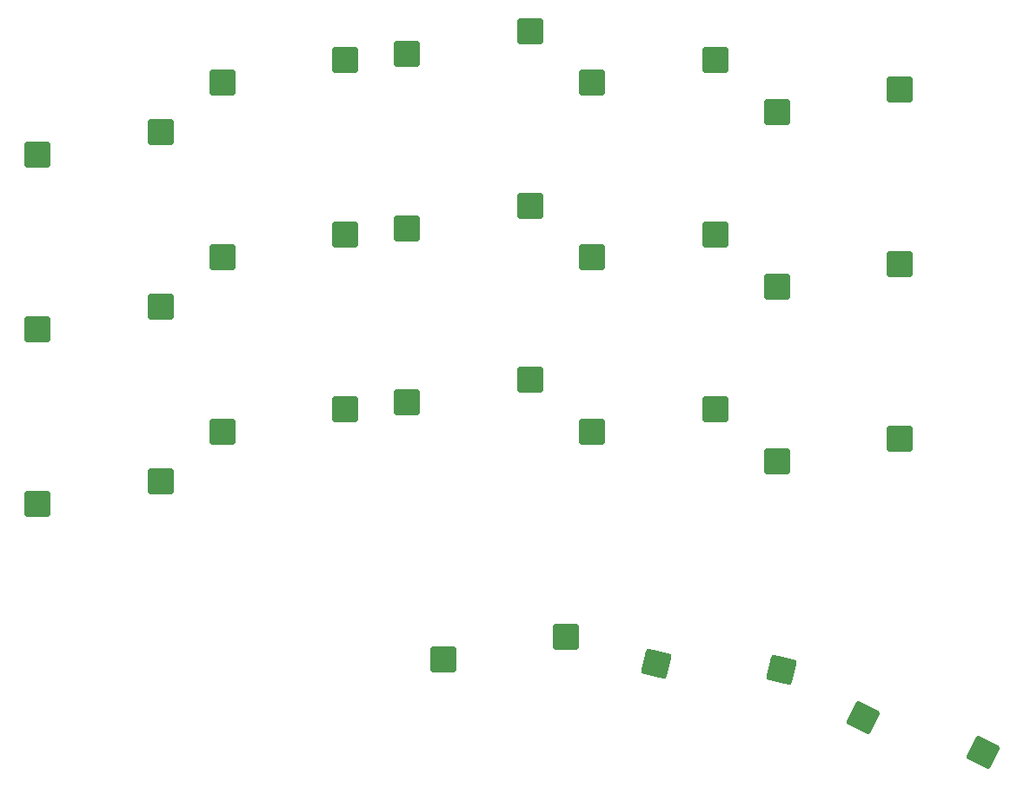
<source format=gbr>
%TF.GenerationSoftware,KiCad,Pcbnew,(6.0.6)*%
%TF.CreationDate,2022-09-25T18:06:26-06:00*%
%TF.ProjectId,miniErgo,6d696e69-4572-4676-9f2e-6b696361645f,rev?*%
%TF.SameCoordinates,Original*%
%TF.FileFunction,Paste,Top*%
%TF.FilePolarity,Positive*%
%FSLAX46Y46*%
G04 Gerber Fmt 4.6, Leading zero omitted, Abs format (unit mm)*
G04 Created by KiCad (PCBNEW (6.0.6)) date 2022-09-25 18:06:26*
%MOMM*%
%LPD*%
G01*
G04 APERTURE LIST*
G04 Aperture macros list*
%AMRoundRect*
0 Rectangle with rounded corners*
0 $1 Rounding radius*
0 $2 $3 $4 $5 $6 $7 $8 $9 X,Y pos of 4 corners*
0 Add a 4 corners polygon primitive as box body*
4,1,4,$2,$3,$4,$5,$6,$7,$8,$9,$2,$3,0*
0 Add four circle primitives for the rounded corners*
1,1,$1+$1,$2,$3*
1,1,$1+$1,$4,$5*
1,1,$1+$1,$6,$7*
1,1,$1+$1,$8,$9*
0 Add four rect primitives between the rounded corners*
20,1,$1+$1,$2,$3,$4,$5,0*
20,1,$1+$1,$4,$5,$6,$7,0*
20,1,$1+$1,$6,$7,$8,$9,0*
20,1,$1+$1,$8,$9,$2,$3,0*%
G04 Aperture macros list end*
%ADD10RoundRect,0.250000X-1.025000X-1.000000X1.025000X-1.000000X1.025000X1.000000X-1.025000X1.000000X0*%
%ADD11RoundRect,0.250000X-1.228843X-0.735234X0.765347X-1.210317X1.228843X0.735234X-0.765347X1.210317X0*%
%ADD12RoundRect,0.250000X-1.365778X-0.430436X0.464023X-1.354735X1.365778X0.430436X-0.464023X1.354735X0*%
G04 APERTURE END LIST*
D10*
%TO.C,SW8*%
X148183736Y-70236200D03*
X136183736Y-72436200D03*
%TD*%
D11*
%TO.C,SW17*%
X172653540Y-115518964D03*
X160470384Y-114878096D03*
%TD*%
D10*
%TO.C,SW12*%
X166183736Y-90092400D03*
X154183736Y-92292400D03*
%TD*%
%TO.C,SW5*%
X130183736Y-73092400D03*
X118183736Y-75292400D03*
%TD*%
%TO.C,SW1*%
X112183736Y-63092150D03*
X100183736Y-65292150D03*
%TD*%
D12*
%TO.C,SW18*%
X192293503Y-123566593D03*
X180590542Y-120119752D03*
%TD*%
D10*
%TO.C,SW3*%
X112183736Y-97092150D03*
X100183736Y-99292150D03*
%TD*%
%TO.C,SW6*%
X130183736Y-90092400D03*
X118183736Y-92292400D03*
%TD*%
%TO.C,SW9*%
X148183736Y-87236200D03*
X136183736Y-89436200D03*
%TD*%
%TO.C,SW7*%
X148183736Y-53236200D03*
X136183736Y-55436200D03*
%TD*%
%TO.C,SW13*%
X184183736Y-58948600D03*
X172183736Y-61148600D03*
%TD*%
%TO.C,SW14*%
X184183736Y-75948600D03*
X172183736Y-78148600D03*
%TD*%
%TO.C,SW4*%
X130183736Y-56092400D03*
X118183736Y-58292400D03*
%TD*%
%TO.C,SW2*%
X112183736Y-80092150D03*
X100183736Y-82292150D03*
%TD*%
%TO.C,SW15*%
X184183736Y-92948600D03*
X172183736Y-95148600D03*
%TD*%
%TO.C,SW11*%
X166183736Y-73092400D03*
X154183736Y-75292400D03*
%TD*%
%TO.C,SW16*%
X151683911Y-112236200D03*
X139683911Y-114436200D03*
%TD*%
%TO.C,SW10*%
X166183736Y-56092400D03*
X154183736Y-58292400D03*
%TD*%
M02*

</source>
